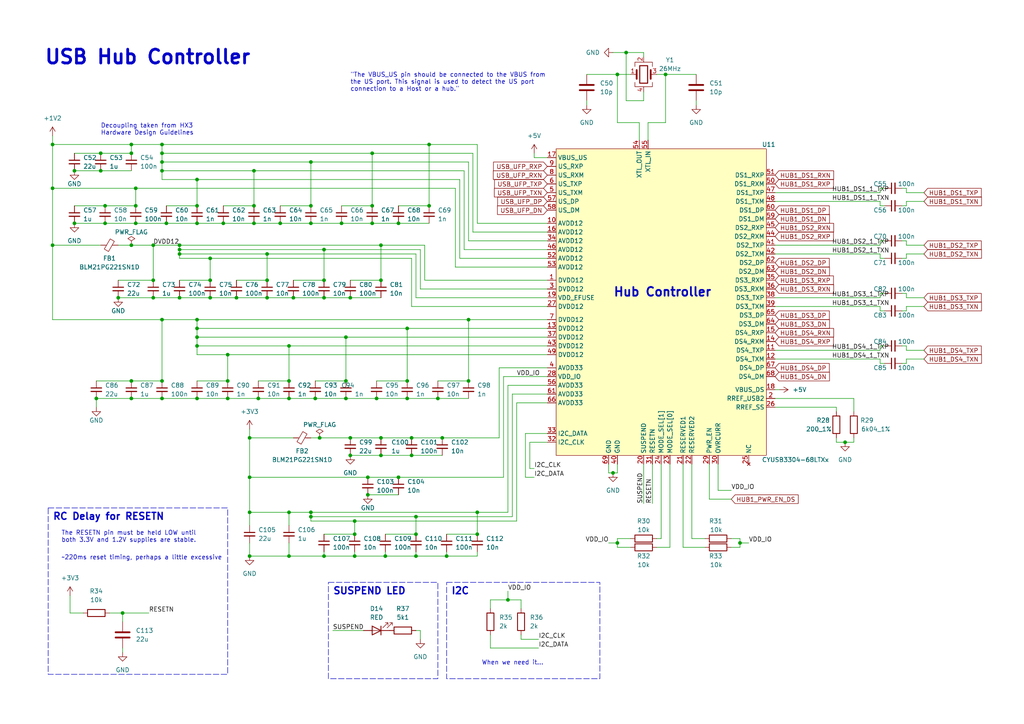
<source format=kicad_sch>
(kicad_sch (version 20230121) (generator eeschema)
  (paper "A4")
  (junction (at 72.39 148.59))
  (junction (at 81.28 64.77))
  (junction (at 124.46 41.91))
  (junction (at 101.6 132.08))
  (junction (at 90.17 149.86))
  (junction (at 179.07 157.48))
  (junction (at 110.49 132.08))
  (junction (at 120.65 161.29))
  (junction (at 57.15 64.77))
  (junction (at 72.39 138.43))
  (junction (at 38.1 44.45))
  (junction (at 77.47 81.28))
  (junction (at 101.6 86.36))
  (junction (at 30.48 59.69))
  (junction (at 118.11 110.49))
  (junction (at 120.65 149.86))
  (junction (at 135.89 110.49))
  (junction (at 57.15 97.79))
  (junction (at 129.54 161.29))
  (junction (at 101.6 127))
  (junction (at 83.82 100.33))
  (junction (at 74.93 115.57))
  (junction (at 44.45 81.28))
  (junction (at 135.89 92.71))
  (junction (at 193.04 21.59))
  (junction (at 48.26 64.77))
  (junction (at 52.07 71.12))
  (junction (at 21.59 49.53))
  (junction (at 83.82 110.49))
  (junction (at 93.98 72.39))
  (junction (at 107.95 64.77))
  (junction (at 21.59 64.77))
  (junction (at 181.61 15.24))
  (junction (at 77.47 86.36))
  (junction (at 128.27 127))
  (junction (at 38.1 110.49))
  (junction (at 35.56 177.8))
  (junction (at 138.43 154.94))
  (junction (at 100.33 97.79))
  (junction (at 124.46 59.69))
  (junction (at 107.95 59.69))
  (junction (at 92.71 127))
  (junction (at 72.39 161.29))
  (junction (at 110.49 81.28))
  (junction (at 83.82 115.57))
  (junction (at 119.38 127))
  (junction (at 93.98 161.29))
  (junction (at 38.1 115.57))
  (junction (at 93.98 86.36))
  (junction (at 177.8 137.16))
  (junction (at 120.65 154.94))
  (junction (at 214.63 157.48))
  (junction (at 57.15 59.69))
  (junction (at 100.33 110.49))
  (junction (at 29.21 44.45))
  (junction (at 15.24 54.61))
  (junction (at 66.04 115.57))
  (junction (at 39.37 54.61))
  (junction (at 73.66 59.69))
  (junction (at 46.99 92.71))
  (junction (at 46.99 46.99))
  (junction (at 90.17 46.99))
  (junction (at 68.58 86.36))
  (junction (at 83.82 148.59))
  (junction (at 27.94 115.57))
  (junction (at 110.49 127))
  (junction (at 39.37 64.77))
  (junction (at 52.07 72.39))
  (junction (at 147.32 173.99))
  (junction (at 90.17 148.59))
  (junction (at 46.99 49.53))
  (junction (at 57.15 100.33))
  (junction (at 46.99 115.57))
  (junction (at 245.11 128.27))
  (junction (at 77.47 73.66))
  (junction (at 119.38 132.08))
  (junction (at 111.76 161.29))
  (junction (at 118.11 115.57))
  (junction (at 15.24 71.12))
  (junction (at 66.04 110.49))
  (junction (at 99.06 64.77))
  (junction (at 30.48 64.77))
  (junction (at 90.17 59.69))
  (junction (at 93.98 81.28))
  (junction (at 106.68 138.43))
  (junction (at 118.11 95.25))
  (junction (at 29.21 49.53))
  (junction (at 39.37 59.69))
  (junction (at 90.17 64.77))
  (junction (at 107.95 44.45))
  (junction (at 57.15 115.57))
  (junction (at 127 115.57))
  (junction (at 57.15 95.25))
  (junction (at 46.99 110.49))
  (junction (at 102.87 154.94))
  (junction (at 85.09 86.36))
  (junction (at 46.99 41.91))
  (junction (at 72.39 127))
  (junction (at 60.96 86.36))
  (junction (at 60.96 81.28))
  (junction (at 73.66 49.53))
  (junction (at 115.57 138.43))
  (junction (at 102.87 151.13))
  (junction (at 34.29 86.36))
  (junction (at 60.96 74.93))
  (junction (at 15.24 41.91))
  (junction (at 73.66 64.77))
  (junction (at 52.07 73.66))
  (junction (at 52.07 86.36))
  (junction (at 115.57 64.77))
  (junction (at 106.68 143.51))
  (junction (at 100.33 115.57))
  (junction (at 64.77 64.77))
  (junction (at 46.99 44.45))
  (junction (at 110.49 71.12))
  (junction (at 44.45 86.36))
  (junction (at 109.22 115.57))
  (junction (at 102.87 161.29))
  (junction (at 83.82 161.29))
  (junction (at 57.15 92.71))
  (junction (at 66.04 102.87))
  (junction (at 138.43 148.59))
  (junction (at 179.07 21.59))
  (junction (at 91.44 115.57))
  (junction (at 38.1 41.91))
  (junction (at 44.45 71.12))
  (junction (at 57.15 52.07))
  (junction (at 38.1 71.12))
  (wire (pts (xy 73.66 64.77) (xy 81.28 64.77)))
  (wire (pts (xy 66.04 102.87) (xy 57.15 102.87)))
  (wire (pts (xy 39.37 54.61) (xy 39.37 59.69)))
  (wire (pts (xy 91.44 110.49) (xy 100.33 110.49)))
  (wire (pts (xy 158.75 64.77) (xy 138.43 64.77)))
  (wire (pts (xy 38.1 41.91) (xy 15.24 41.91)))
  (wire (pts (xy 46.99 49.53) (xy 46.99 46.99)))
  (wire (pts (xy 66.04 115.57) (xy 74.93 115.57)))
  (wire (pts (xy 81.28 64.77) (xy 90.17 64.77)))
  (wire (pts (xy 208.28 134.62) (xy 208.28 142.24)))
  (wire (pts (xy 115.57 138.43) (xy 146.05 138.43)))
  (wire (pts (xy 214.63 156.21) (xy 214.63 157.48)))
  (wire (pts (xy 255.27 69.85) (xy 256.54 69.85)))
  (wire (pts (xy 21.59 44.45) (xy 29.21 44.45)))
  (wire (pts (xy 48.26 59.69) (xy 57.15 59.69)))
  (wire (pts (xy 170.18 21.59) (xy 179.07 21.59)))
  (wire (pts (xy 200.66 156.21) (xy 204.47 156.21)))
  (wire (pts (xy 106.68 138.43) (xy 72.39 138.43)))
  (wire (pts (xy 29.21 49.53) (xy 38.1 49.53)))
  (wire (pts (xy 191.77 156.21) (xy 190.5 156.21)))
  (wire (pts (xy 262.89 73.66) (xy 262.89 74.93)))
  (wire (pts (xy 262.89 54.61) (xy 262.89 55.88)))
  (wire (pts (xy 38.1 71.12) (xy 44.45 71.12)))
  (wire (pts (xy 185.42 35.56) (xy 179.07 35.56)))
  (wire (pts (xy 52.07 71.12) (xy 110.49 71.12)))
  (wire (pts (xy 77.47 73.66) (xy 77.47 81.28)))
  (wire (pts (xy 21.59 64.77) (xy 30.48 64.77)))
  (wire (pts (xy 262.89 100.33) (xy 262.89 101.6)))
  (wire (pts (xy 60.96 86.36) (xy 68.58 86.36)))
  (wire (pts (xy 154.94 135.89) (xy 153.67 135.89)))
  (wire (pts (xy 262.89 71.12) (xy 267.97 71.12)))
  (wire (pts (xy 83.82 115.57) (xy 91.44 115.57)))
  (wire (pts (xy 255.27 104.14) (xy 255.27 105.41)))
  (wire (pts (xy 102.87 160.02) (xy 102.87 161.29)))
  (wire (pts (xy 224.79 73.66) (xy 255.27 73.66)))
  (wire (pts (xy 46.99 115.57) (xy 57.15 115.57)))
  (wire (pts (xy 64.77 59.69) (xy 73.66 59.69)))
  (wire (pts (xy 179.07 157.48) (xy 176.53 157.48)))
  (wire (pts (xy 255.27 55.88) (xy 255.27 54.61)))
  (wire (pts (xy 179.07 137.16) (xy 177.8 137.16)))
  (wire (pts (xy 147.32 148.59) (xy 138.43 148.59)))
  (wire (pts (xy 110.49 71.12) (xy 123.19 71.12)))
  (wire (pts (xy 179.07 158.75) (xy 182.88 158.75)))
  (wire (pts (xy 83.82 100.33) (xy 158.75 100.33)))
  (wire (pts (xy 110.49 132.08) (xy 119.38 132.08)))
  (wire (pts (xy 57.15 52.07) (xy 46.99 52.07)))
  (wire (pts (xy 147.32 111.76) (xy 147.32 148.59)))
  (wire (pts (xy 135.89 92.71) (xy 135.89 110.49)))
  (wire (pts (xy 261.62 90.17) (xy 262.89 90.17)))
  (wire (pts (xy 52.07 71.12) (xy 44.45 71.12)))
  (wire (pts (xy 242.57 128.27) (xy 245.11 128.27)))
  (wire (pts (xy 52.07 72.39) (xy 52.07 73.66)))
  (wire (pts (xy 129.54 154.94) (xy 138.43 154.94)))
  (wire (pts (xy 85.09 86.36) (xy 93.98 86.36)))
  (wire (pts (xy 83.82 161.29) (xy 93.98 161.29)))
  (wire (pts (xy 119.38 132.08) (xy 128.27 132.08)))
  (wire (pts (xy 133.35 52.07) (xy 57.15 52.07)))
  (wire (pts (xy 133.35 74.93) (xy 133.35 52.07)))
  (wire (pts (xy 224.79 55.88) (xy 255.27 55.88)))
  (wire (pts (xy 120.65 182.88) (xy 121.92 182.88)))
  (wire (pts (xy 101.6 81.28) (xy 110.49 81.28)))
  (wire (pts (xy 179.07 157.48) (xy 179.07 158.75)))
  (wire (pts (xy 72.39 148.59) (xy 72.39 152.4)))
  (wire (pts (xy 46.99 52.07) (xy 46.99 49.53)))
  (wire (pts (xy 120.65 149.86) (xy 90.17 149.86)))
  (wire (pts (xy 119.38 127) (xy 110.49 127)))
  (wire (pts (xy 158.75 95.25) (xy 118.11 95.25)))
  (wire (pts (xy 245.11 128.27) (xy 247.65 128.27)))
  (wire (pts (xy 57.15 92.71) (xy 57.15 95.25)))
  (wire (pts (xy 66.04 102.87) (xy 66.04 110.49)))
  (wire (pts (xy 52.07 86.36) (xy 60.96 86.36)))
  (wire (pts (xy 261.62 105.41) (xy 262.89 105.41)))
  (wire (pts (xy 34.29 71.12) (xy 38.1 71.12)))
  (wire (pts (xy 73.66 49.53) (xy 46.99 49.53)))
  (wire (pts (xy 129.54 160.02) (xy 129.54 161.29)))
  (wire (pts (xy 144.78 106.68) (xy 158.75 106.68)))
  (wire (pts (xy 151.13 184.15) (xy 151.13 185.42)))
  (wire (pts (xy 247.65 115.57) (xy 247.65 119.38)))
  (wire (pts (xy 255.27 69.85) (xy 255.27 71.12)))
  (wire (pts (xy 120.65 86.36) (xy 120.65 73.66)))
  (wire (pts (xy 35.56 177.8) (xy 43.18 177.8)))
  (wire (pts (xy 100.33 115.57) (xy 109.22 115.57)))
  (wire (pts (xy 138.43 148.59) (xy 90.17 148.59)))
  (wire (pts (xy 35.56 177.8) (xy 35.56 180.34)))
  (wire (pts (xy 134.62 49.53) (xy 73.66 49.53)))
  (wire (pts (xy 39.37 64.77) (xy 48.26 64.77)))
  (wire (pts (xy 90.17 127) (xy 92.71 127)))
  (wire (pts (xy 158.75 81.28) (xy 123.19 81.28)))
  (wire (pts (xy 111.76 154.94) (xy 120.65 154.94)))
  (wire (pts (xy 262.89 85.09) (xy 262.89 86.36)))
  (wire (pts (xy 176.53 134.62) (xy 176.53 137.16)))
  (wire (pts (xy 74.93 115.57) (xy 83.82 115.57)))
  (wire (pts (xy 57.15 97.79) (xy 57.15 100.33)))
  (wire (pts (xy 179.07 134.62) (xy 179.07 137.16)))
  (wire (pts (xy 224.79 71.12) (xy 255.27 71.12)))
  (wire (pts (xy 85.09 81.28) (xy 93.98 81.28)))
  (wire (pts (xy 93.98 72.39) (xy 93.98 81.28)))
  (wire (pts (xy 154.94 45.72) (xy 154.94 44.45)))
  (wire (pts (xy 138.43 41.91) (xy 124.46 41.91)))
  (wire (pts (xy 119.38 88.9) (xy 119.38 74.93)))
  (wire (pts (xy 262.89 104.14) (xy 262.89 105.41)))
  (wire (pts (xy 38.1 41.91) (xy 38.1 44.45)))
  (wire (pts (xy 101.6 86.36) (xy 110.49 86.36)))
  (wire (pts (xy 90.17 64.77) (xy 99.06 64.77)))
  (wire (pts (xy 177.8 137.16) (xy 176.53 137.16)))
  (wire (pts (xy 187.96 35.56) (xy 187.96 40.64)))
  (wire (pts (xy 200.66 134.62) (xy 200.66 156.21)))
  (wire (pts (xy 255.27 85.09) (xy 256.54 85.09)))
  (wire (pts (xy 153.67 128.27) (xy 158.75 128.27)))
  (wire (pts (xy 170.18 29.21) (xy 170.18 30.48)))
  (wire (pts (xy 52.07 81.28) (xy 60.96 81.28)))
  (wire (pts (xy 83.82 157.48) (xy 83.82 161.29)))
  (wire (pts (xy 91.44 115.57) (xy 100.33 115.57)))
  (wire (pts (xy 255.27 85.09) (xy 255.27 86.36)))
  (wire (pts (xy 158.75 83.82) (xy 121.92 83.82)))
  (wire (pts (xy 224.79 113.03) (xy 226.06 113.03)))
  (wire (pts (xy 38.1 110.49) (xy 46.99 110.49)))
  (wire (pts (xy 158.75 74.93) (xy 133.35 74.93)))
  (wire (pts (xy 24.13 177.8) (xy 20.32 177.8)))
  (wire (pts (xy 224.79 118.11) (xy 242.57 118.11)))
  (wire (pts (xy 15.24 39.37) (xy 15.24 41.91)))
  (wire (pts (xy 142.24 187.96) (xy 156.21 187.96)))
  (wire (pts (xy 158.75 88.9) (xy 119.38 88.9)))
  (wire (pts (xy 90.17 149.86) (xy 90.17 148.59)))
  (wire (pts (xy 128.27 127) (xy 119.38 127)))
  (wire (pts (xy 120.65 149.86) (xy 120.65 154.94)))
  (wire (pts (xy 255.27 74.93) (xy 256.54 74.93)))
  (wire (pts (xy 52.07 73.66) (xy 52.07 74.93)))
  (wire (pts (xy 109.22 115.57) (xy 118.11 115.57)))
  (wire (pts (xy 153.67 135.89) (xy 153.67 128.27)))
  (wire (pts (xy 27.94 115.57) (xy 27.94 118.11)))
  (wire (pts (xy 158.75 69.85) (xy 135.89 69.85)))
  (wire (pts (xy 90.17 46.99) (xy 46.99 46.99)))
  (wire (pts (xy 212.09 156.21) (xy 214.63 156.21)))
  (wire (pts (xy 72.39 127) (xy 85.09 127)))
  (wire (pts (xy 46.99 44.45) (xy 107.95 44.45)))
  (wire (pts (xy 77.47 86.36) (xy 85.09 86.36)))
  (wire (pts (xy 138.43 64.77) (xy 138.43 41.91)))
  (wire (pts (xy 38.1 115.57) (xy 46.99 115.57)))
  (wire (pts (xy 109.22 110.49) (xy 118.11 110.49)))
  (wire (pts (xy 115.57 138.43) (xy 106.68 138.43)))
  (wire (pts (xy 68.58 81.28) (xy 77.47 81.28)))
  (wire (pts (xy 255.27 100.33) (xy 256.54 100.33)))
  (wire (pts (xy 93.98 72.39) (xy 121.92 72.39)))
  (wire (pts (xy 93.98 86.36) (xy 101.6 86.36)))
  (wire (pts (xy 158.75 102.87) (xy 66.04 102.87)))
  (wire (pts (xy 193.04 35.56) (xy 187.96 35.56)))
  (wire (pts (xy 142.24 173.99) (xy 147.32 173.99)))
  (wire (pts (xy 72.39 127) (xy 72.39 138.43)))
  (wire (pts (xy 93.98 154.94) (xy 102.87 154.94)))
  (wire (pts (xy 118.11 95.25) (xy 118.11 110.49)))
  (wire (pts (xy 90.17 46.99) (xy 90.17 59.69)))
  (wire (pts (xy 102.87 161.29) (xy 111.76 161.29)))
  (wire (pts (xy 255.27 54.61) (xy 256.54 54.61)))
  (wire (pts (xy 198.12 134.62) (xy 198.12 158.75)))
  (wire (pts (xy 15.24 54.61) (xy 39.37 54.61)))
  (wire (pts (xy 158.75 77.47) (xy 132.08 77.47)))
  (wire (pts (xy 194.31 134.62) (xy 194.31 158.75)))
  (wire (pts (xy 158.75 72.39) (xy 134.62 72.39)))
  (wire (pts (xy 193.04 21.59) (xy 193.04 35.56)))
  (wire (pts (xy 255.27 105.41) (xy 256.54 105.41)))
  (wire (pts (xy 107.95 59.69) (xy 107.95 44.45)))
  (wire (pts (xy 127 110.49) (xy 135.89 110.49)))
  (wire (pts (xy 31.75 177.8) (xy 35.56 177.8)))
  (wire (pts (xy 193.04 21.59) (xy 201.93 21.59)))
  (wire (pts (xy 138.43 154.94) (xy 138.43 148.59)))
  (wire (pts (xy 15.24 41.91) (xy 15.24 54.61)))
  (wire (pts (xy 224.79 88.9) (xy 255.27 88.9)))
  (wire (pts (xy 262.89 101.6) (xy 267.97 101.6)))
  (wire (pts (xy 135.89 69.85) (xy 135.89 46.99)))
  (wire (pts (xy 90.17 151.13) (xy 90.17 149.86)))
  (wire (pts (xy 27.94 110.49) (xy 38.1 110.49)))
  (wire (pts (xy 46.99 41.91) (xy 124.46 41.91)))
  (wire (pts (xy 101.6 132.08) (xy 110.49 132.08)))
  (wire (pts (xy 181.61 29.21) (xy 181.61 15.24)))
  (wire (pts (xy 77.47 73.66) (xy 120.65 73.66)))
  (wire (pts (xy 149.86 116.84) (xy 158.75 116.84)))
  (wire (pts (xy 148.59 114.3) (xy 158.75 114.3)))
  (wire (pts (xy 73.66 49.53) (xy 73.66 59.69)))
  (wire (pts (xy 30.48 59.69) (xy 39.37 59.69)))
  (wire (pts (xy 177.8 15.24) (xy 181.61 15.24)))
  (wire (pts (xy 107.95 64.77) (xy 115.57 64.77)))
  (wire (pts (xy 151.13 176.53) (xy 151.13 173.99)))
  (wire (pts (xy 194.31 158.75) (xy 190.5 158.75)))
  (wire (pts (xy 214.63 158.75) (xy 214.63 157.48)))
  (wire (pts (xy 81.28 59.69) (xy 90.17 59.69)))
  (wire (pts (xy 123.19 81.28) (xy 123.19 71.12)))
  (wire (pts (xy 151.13 185.42) (xy 156.21 185.42)))
  (wire (pts (xy 107.95 44.45) (xy 137.16 44.45)))
  (wire (pts (xy 129.54 161.29) (xy 138.43 161.29)))
  (wire (pts (xy 34.29 81.28) (xy 44.45 81.28)))
  (wire (pts (xy 138.43 160.02) (xy 138.43 161.29)))
  (wire (pts (xy 134.62 72.39) (xy 134.62 49.53)))
  (wire (pts (xy 186.69 134.62) (xy 186.69 146.05)))
  (wire (pts (xy 44.45 71.12) (xy 44.45 81.28)))
  (wire (pts (xy 52.07 73.66) (xy 77.47 73.66)))
  (wire (pts (xy 29.21 44.45) (xy 38.1 44.45)))
  (wire (pts (xy 119.38 74.93) (xy 60.96 74.93)))
  (wire (pts (xy 46.99 41.91) (xy 38.1 41.91)))
  (wire (pts (xy 224.79 115.57) (xy 247.65 115.57)))
  (wire (pts (xy 147.32 111.76) (xy 158.75 111.76)))
  (wire (pts (xy 255.27 59.69) (xy 256.54 59.69)))
  (wire (pts (xy 46.99 46.99) (xy 46.99 44.45)))
  (wire (pts (xy 212.09 144.78) (xy 205.74 144.78)))
  (wire (pts (xy 111.76 161.29) (xy 120.65 161.29)))
  (wire (pts (xy 52.07 71.12) (xy 52.07 72.39)))
  (wire (pts (xy 135.89 46.99) (xy 90.17 46.99)))
  (wire (pts (xy 60.96 74.93) (xy 60.96 81.28)))
  (wire (pts (xy 144.78 127) (xy 128.27 127)))
  (wire (pts (xy 15.24 54.61) (xy 15.24 71.12)))
  (wire (pts (xy 262.89 55.88) (xy 267.97 55.88)))
  (wire (pts (xy 154.94 45.72) (xy 158.75 45.72)))
  (wire (pts (xy 135.89 92.71) (xy 158.75 92.71)))
  (wire (pts (xy 261.62 74.93) (xy 262.89 74.93)))
  (wire (pts (xy 186.69 26.67) (xy 186.69 29.21)))
  (wire (pts (xy 72.39 161.29) (xy 83.82 161.29)))
  (wire (pts (xy 72.39 148.59) (xy 72.39 138.43)))
  (wire (pts (xy 106.68 143.51) (xy 115.57 143.51)))
  (wire (pts (xy 39.37 54.61) (xy 132.08 54.61)))
  (wire (pts (xy 72.39 157.48) (xy 72.39 161.29)))
  (wire (pts (xy 90.17 148.59) (xy 83.82 148.59)))
  (wire (pts (xy 208.28 142.24) (xy 212.09 142.24)))
  (wire (pts (xy 149.86 116.84) (xy 149.86 151.13)))
  (wire (pts (xy 146.05 109.22) (xy 146.05 138.43)))
  (wire (pts (xy 99.06 64.77) (xy 107.95 64.77)))
  (wire (pts (xy 190.5 21.59) (xy 193.04 21.59)))
  (wire (pts (xy 147.32 173.99) (xy 147.32 171.45)))
  (wire (pts (xy 262.89 69.85) (xy 262.89 71.12)))
  (wire (pts (xy 224.79 104.14) (xy 255.27 104.14)))
  (wire (pts (xy 262.89 73.66) (xy 267.97 73.66)))
  (wire (pts (xy 115.57 59.69) (xy 124.46 59.69)))
  (wire (pts (xy 261.62 59.69) (xy 262.89 59.69)))
  (wire (pts (xy 224.79 101.6) (xy 255.27 101.6)))
  (wire (pts (xy 201.93 29.21) (xy 201.93 30.48)))
  (wire (pts (xy 261.62 85.09) (xy 262.89 85.09)))
  (wire (pts (xy 142.24 176.53) (xy 142.24 173.99)))
  (wire (pts (xy 214.63 157.48) (xy 217.17 157.48)))
  (wire (pts (xy 121.92 182.88) (xy 121.92 185.42)))
  (wire (pts (xy 93.98 161.29) (xy 102.87 161.29)))
  (wire (pts (xy 110.49 71.12) (xy 110.49 81.28)))
  (wire (pts (xy 255.27 88.9) (xy 255.27 90.17)))
  (wire (pts (xy 179.07 35.56) (xy 179.07 21.59)))
  (wire (pts (xy 189.23 134.62) (xy 189.23 146.05)))
  (wire (pts (xy 132.08 77.47) (xy 132.08 54.61)))
  (wire (pts (xy 179.07 156.21) (xy 182.88 156.21)))
  (wire (pts (xy 92.71 127) (xy 101.6 127)))
  (wire (pts (xy 242.57 127) (xy 242.57 128.27)))
  (wire (pts (xy 15.24 71.12) (xy 15.24 92.71)))
  (wire (pts (xy 151.13 173.99) (xy 147.32 173.99)))
  (wire (pts (xy 21.59 59.69) (xy 30.48 59.69)))
  (wire (pts (xy 48.26 64.77) (xy 57.15 64.77)))
  (wire (pts (xy 144.78 127) (xy 144.78 106.68)))
  (wire (pts (xy 57.15 95.25) (xy 57.15 97.79)))
  (wire (pts (xy 261.62 100.33) (xy 262.89 100.33)))
  (wire (pts (xy 34.29 86.36) (xy 44.45 86.36)))
  (wire (pts (xy 120.65 161.29) (xy 129.54 161.29)))
  (wire (pts (xy 262.89 86.36) (xy 267.97 86.36)))
  (wire (pts (xy 158.75 67.31) (xy 137.16 67.31)))
  (wire (pts (xy 46.99 92.71) (xy 46.99 110.49)))
  (wire (pts (xy 185.42 40.64) (xy 185.42 35.56)))
  (wire (pts (xy 99.06 59.69) (xy 107.95 59.69)))
  (wire (pts (xy 186.69 15.24) (xy 186.69 16.51)))
  (wire (pts (xy 118.11 115.57) (xy 127 115.57)))
  (wire (pts (xy 262.89 59.69) (xy 262.89 58.42)))
  (wire (pts (xy 115.57 64.77) (xy 124.46 64.77)))
  (wire (pts (xy 255.27 90.17) (xy 256.54 90.17)))
  (wire (pts (xy 179.07 21.59) (xy 182.88 21.59)))
  (wire (pts (xy 212.09 158.75) (xy 214.63 158.75)))
  (wire (pts (xy 57.15 92.71) (xy 135.89 92.71)))
  (wire (pts (xy 100.33 97.79) (xy 158.75 97.79)))
  (wire (pts (xy 255.27 100.33) (xy 255.27 101.6)))
  (wire (pts (xy 242.57 118.11) (xy 242.57 119.38)))
  (wire (pts (xy 30.48 64.77) (xy 39.37 64.77)))
  (wire (pts (xy 15.24 71.12) (xy 29.21 71.12)))
  (wire (pts (xy 148.59 114.3) (xy 148.59 149.86)))
  (wire (pts (xy 261.62 54.61) (xy 262.89 54.61)))
  (wire (pts (xy 186.69 29.21) (xy 181.61 29.21)))
  (wire (pts (xy 57.15 100.33) (xy 83.82 100.33)))
  (wire (pts (xy 149.86 151.13) (xy 102.87 151.13)))
  (wire (pts (xy 15.24 92.71) (xy 46.99 92.71)))
  (wire (pts (xy 198.12 158.75) (xy 204.47 158.75)))
  (wire (pts (xy 262.89 104.14) (xy 267.97 104.14)))
  (wire (pts (xy 124.46 41.91) (xy 124.46 59.69)))
  (wire (pts (xy 118.11 95.25) (xy 57.15 95.25)))
  (wire (pts (xy 261.62 69.85) (xy 262.89 69.85)))
  (wire (pts (xy 262.89 88.9) (xy 262.89 90.17)))
  (wire (pts (xy 146.05 109.22) (xy 158.75 109.22)))
  (wire (pts (xy 46.99 44.45) (xy 46.99 41.91)))
  (wire (pts (xy 152.4 138.43) (xy 154.94 138.43)))
  (wire (pts (xy 255.27 58.42) (xy 255.27 59.69)))
  (wire (pts (xy 27.94 115.57) (xy 38.1 115.57)))
  (wire (pts (xy 57.15 100.33) (xy 57.15 102.87)))
  (wire (pts (xy 121.92 83.82) (xy 121.92 72.39)))
  (wire (pts (xy 224.79 58.42) (xy 255.27 58.42)))
  (wire (pts (xy 100.33 97.79) (xy 100.33 110.49)))
  (wire (pts (xy 20.32 177.8) (xy 20.32 172.72)))
  (wire (pts (xy 224.79 86.36) (xy 255.27 86.36)))
  (wire (pts (xy 110.49 127) (xy 101.6 127)))
  (wire (pts (xy 102.87 151.13) (xy 102.87 154.94)))
  (wire (pts (xy 52.07 72.39) (xy 93.98 72.39)))
  (wire (pts (xy 152.4 125.73) (xy 158.75 125.73)))
  (wire (pts (xy 57.15 115.57) (xy 66.04 115.57)))
  (wire (pts (xy 72.39 148.59) (xy 83.82 148.59)))
  (wire (pts (xy 57.15 64.77) (xy 64.77 64.77)))
  (wire (pts (xy 262.89 88.9) (xy 267.97 88.9)))
  (wire (pts (xy 142.24 184.15) (xy 142.24 187.96)))
  (wire (pts (xy 148.59 149.86) (xy 120.65 149.86)))
  (wire (pts (xy 96.52 182.88) (xy 105.41 182.88)))
  (wire (pts (xy 111.76 160.02) (xy 111.76 161.29)))
  (wire (pts (xy 64.77 64.77) (xy 73.66 64.77)))
  (wire (pts (xy 255.27 73.66) (xy 255.27 74.93)))
  (wire (pts (xy 68.58 86.36) (xy 77.47 86.36)))
  (wire (pts (xy 152.4 125.73) (xy 152.4 138.43)))
  (wire (pts (xy 262.89 58.42) (xy 267.97 58.42)))
  (wire (pts (xy 46.99 92.71) (xy 57.15 92.71)))
  (wire (pts (xy 120.65 160.02) (xy 120.65 161.29)))
  (wire (pts (xy 93.98 160.02) (xy 93.98 161.29)))
  (wire (pts (xy 72.39 124.46) (xy 72.39 127)))
  (wire (pts (xy 247.65 127) (xy 247.65 128.27)))
  (wire (pts (xy 21.59 49.53) (xy 29.21 49.53)))
  (wire (pts (xy 179.07 156.21) (xy 179.07 157.48)))
  (wire (pts (xy 186.69 15.24) (xy 181.61 15.24)))
  (wire (pts (xy 191.77 134.62) (xy 191.77 156.21)))
  (wire (pts (xy 205.74 144.78) (xy 205.74 134.62)))
  (wire (pts (xy 74.93 110.49) (xy 83.82 110.49)))
  (wire (pts (xy 44.45 86.36) (xy 52.07 86.36)))
  (wire (pts (xy 57.15 52.07) (xy 57.15 59.69)))
  (wire (pts (xy 57.15 110.49) (xy 66.04 110.49)))
  (wire (pts (xy 137.16 67.31) (xy 137.16 44.45)))
  (wire (pts (xy 83.82 100.33) (xy 83.82 110.49)))
  (wire (pts (xy 35.56 187.96) (xy 35.56 189.23)))
  (wire (pts (xy 57.15 97.79) (xy 100.33 97.79)))
  (wire (pts (xy 127 115.57) (xy 135.89 115.57)))
  (wire (pts (xy 102.87 151.13) (xy 90.17 151.13)))
  (wire (pts (xy 158.75 86.36) (xy 120.65 86.36)))
  (wire (pts (xy 52.07 74.93) (xy 60.96 74.93)))
  (wire (pts (xy 83.82 148.59) (xy 83.82 152.4)))
  (rectangle (start 95.25 168.91) (end 127 196.85) (stroke (width 0) (type dash)))
  (rectangle (start 13.97 147.32) (end 66.04 195.58) (stroke (width 0) (type dash)))
  (rectangle (start 129.54 168.91) (end 173.99 196.85) (stroke (width 0) (type dash)))
  (text "RC Delay for RESETN" (at 15.24 151.13 0) (effects (font (size 2 2) (thickness 0.4) bold) (justify left bottom)))
  (text "These precision resistors should be close \nto the IC and have a short ground path." (at 299.72 125.73 0) (effects (font (size 1.27 1.27)) (justify left bottom)))
  (text "Decoupling taken from HX3 \nHardware Design Guidelines" (at 29.21 39.37 0) (effects (font (size 1.27 1.27)) (justify left bottom)))
  (text "SUSPEND LED" (at 96.52 172.72 0) (effects (font (size 2 2) (thickness 0.4) bold) (justify left bottom)))
  (text "USB Hub Controller" (at 12.7 19.05 0) (effects (font (size 4 4) bold) (justify left bottom)))
  (text "Hub Controller" (at 177.8 86.36 0) (effects (font (size 2.54 2.54) (thickness 0.508) bold) (justify left bottom)))
  (text "When we need it..." (at 139.7 193.04 0) (effects (font (size 1.27 1.27)) (justify left bottom)))
  (text "This MODE_SEL is for configuration\nusing an external I2C master" (at 180.34 215.9 0) (effects (font (size 1.27 1.27)) (justify left bottom)))
  (text "~220ms reset timing, perhaps a little excessive" (at 17.78 162.56 0) (effects (font (size 1.27 1.27)) (justify left bottom)))
  (text "I2C" (at 130.81 172.72 0) (effects (font (size 2 2) (thickness 0.4) bold) (justify left bottom)))
  (text "The RESETN pin must be held LOW until \nboth 3.3V and 1.2V supplies are stable." (at 17.78 157.48 0) (effects (font (size 1.27 1.27)) (justify left bottom)))
  (text "\"The VBUS_US pin should be connected to the VBUS from\nthe US port. This signal is used to detect the US port\nconnection to a Host or a hub.\"" (at 101.6 26.67 0) (effects (font (size 1.27 1.27)) (justify left bottom)))
  (text "Requires a crystal of 26MHz +- 150ppm, <200uW drive level\nParallel resonant, fundamental mode\n\nSelected:\nTXM26M0004322CBCDO00T 100uW 9pF\n\nApproximating C_stray as 4pF; using eqn from page 5 of the HX3 Design guidelines\nC_1 = C_2 =  2 * (C_L - C_S) = 2 * (9 - 4) = 10pF" (at 160.02 -2.54 0) (effects (font (size 1.27 1.27)) (justify left bottom)))
  (label "VDD_IO" (at 176.53 157.48 180))
  (label "VDD_IO" (at 217.17 157.48 0))
  (label "I2C_CLK" (at 156.21 185.42 0))
  (label "VDD_IO" (at 147.32 171.45 0))
  (label "HUB1_DS4_1_TXN" (at 241.3 104.14 0))
  (label "HUB1_DS1_1_TXP" (at 241.3 55.88 0))
  (label "SUSPEND" (at 186.69 146.05 90))
  (label "HUB1_DS2_1_TXN" (at 241.3 73.66 0))
  (label "SUSPEND" (at 96.52 182.88 0))
  (label "I2C_DATA" (at 156.21 187.96 0))
  (label "DVDD12" (at 44.45 71.12 0))
  (label "VDD_IO" (at 212.09 142.24 0))
  (label "HUB1_DS1_1_TXN" (at 241.3 58.42 0))
  (label "I2C_CLK" (at 154.94 135.89 0))
  (label "HUB1_DS4_1_TXP" (at 241.3 101.6 0))
  (label "HUB1_DS2_1_TXP" (at 241.3 71.12 0))
  (label "HUB1_DS3_1_TXP" (at 241.3 86.36 0))
  (label "HUB1_DS3_1_TXN" (at 241.3 88.9 0))
  (label "RESETN" (at 43.18 177.8 0))
  (label "RESETN" (at 189.23 146.05 90))
  (label "I2C_DATA" (at 154.94 138.43 0))
  (label "VDD_IO" (at 149.86 109.22 0))
  (global_label "HUB1_DS3_DN" (shape input) (at 224.79 93.98 0) (property "Intersheetrefs" "${INTERSHEET_REFS}" (effects hide)))
  (global_label "HUB1_DS3_TXP" (shape input) (at 267.97 86.36 0) (property "Intersheetrefs" "${INTERSHEET_REFS}" (effects hide)))
  (global_label "HUB1_DS2_TXN" (shape input) (at 267.97 73.66 0) (property "Intersheetrefs" "${INTERSHEET_REFS}" (effects hide)))
  (global_label "USB_UFP_RXP" (shape input) (at 158.75 48.26 180) (property "Intersheetrefs" "${INTERSHEET_REFS}" (effects hide)))
  (global_label "HUB1_DS3_RXP" (shape input) (at 224.79 81.28 0) (property "Intersheetrefs" "${INTERSHEET_REFS}" (effects hide)))
  (global_label "USB_UFP_TXN" (shape input) (at 158.75 55.88 180) (property "Intersheetrefs" "${INTERSHEET_REFS}" (effects hide)))
  (global_label "HUB1_DS4_RXN" (shape input) (at 224.79 96.52 0) (property "Intersheetrefs" "${INTERSHEET_REFS}" (effects hide)))
  (global_label "HUB1_DS4_DN" (shape input) (at 224.79 109.22 0) (property "Intersheetrefs" "${INTERSHEET_REFS}" (effects hide)))
  (global_label "HUB1_DS2_DN" (shape input) (at 224.79 78.74 0) (property "Intersheetrefs" "${INTERSHEET_REFS}" (effects hide)))
  (global_label "HUB1_DS1_RXP" (shape input) (at 224.79 53.34 0) (property "Intersheetrefs" "${INTERSHEET_REFS}" (effects hide)))
  (global_label "HUB1_DS1_DP" (shape input) (at 224.79 60.96 0) (property "Intersheetrefs" "${INTERSHEET_REFS}" (effects hide)))
  (global_label "USB_UFP_TXP" (shape input) (at 158.75 53.34 180) (property "Intersheetrefs" "${INTERSHEET_REFS}" (effects hide)))
  (global_label "HUB1_DS1_RXN" (shape input) (at 224.79 50.8 0) (property "Intersheetrefs" "${INTERSHEET_REFS}" (effects hide)))
  (global_label "HUB1_DS2_RXP" (shape input) (at 224.79 68.58 0) (property "Intersheetrefs" "${INTERSHEET_REFS}" (effects hide)))
  (global_label "USB_UFP_DP" (shape input) (at 158.75 58.42 180) (property "Intersheetrefs" "${INTERSHEET_REFS}" (effects hide)))
  (global_label "USB_UFP_RXN" (shape input) (at 158.75 50.8 180) (property "Intersheetrefs" "${INTERSHEET_REFS}" (effects hide)))
  (global_label "HUB1_PWR_EN_DS" (shape input) (at 212.09 144.78 0) (property "Intersheetrefs" "${INTERSHEET_REFS}" (effects hide)))
  (global_label "HUB1_DS2_DP" (shape input) (at 224.79 76.2 0) (property "Intersheetrefs" "${INTERSHEET_REFS}" (effects hide)))
  (global_label "HUB1_DS1_TXP" (shape input) (at 267.97 55.88 0) (property "Intersheetrefs" "${INTERSHEET_REFS}" (effects hide)))
  (global_label "HUB1_DS3_TXN" (shape input) (at 267.97 88.9 0) (property "Intersheetrefs" "${INTERSHEET_REFS}" (effects hide)))
  (global_label "HUB1_DS2_RXN" (shape input) (at 224.79 66.04 0) (property "Intersheetrefs" "${INTERSHEET_REFS}" (effects hide)))
  (global_label "HUB1_DS1_TXN" (shape input) (at 267.97 58.42 0) (property "Intersheetrefs" "${INTERSHEET_REFS}" (effects hide)))
  (global_label "HUB1_DS4_TXN" (shape input) (at 267.97 104.14 0) (property "Intersheetrefs" "${INTERSHEET_REFS}" (effects hide)))
  (global_label "HUB1_DS4_TXP" (shape input) (at 267.97 101.6 0) (property "Intersheetrefs" "${INTERSHEET_REFS}" (effects hide)))
  (global_label "HUB1_DS1_DN" (shape input) (at 224.79 63.5 0) (property "Intersheetrefs" "${INTERSHEET_REFS}" (effects hide)))
  (global_label "HUB1_DS3_DP" (shape input) (at 224.79 91.44 0) (property "Intersheetrefs" "${INTERSHEET_REFS}" (effects hide)))
  (global_label "HUB1_DS2_TXP" (shape input) (at 267.97 71.12 0) (property "Intersheetrefs" "${INTERSHEET_REFS}" (effects hide)))
  (global_label "HUB1_DS4_RXP" (shape input) (at 224.79 99.06 0) (property "Intersheetrefs" "${INTERSHEET_REFS}" (effects hide)))
  (global_label "HUB1_DS3_RXN" (shape input) (at 224.79 83.82 0) (property "Intersheetrefs" "${INTERSHEET_REFS}" (effects hide)))
  (global_label "HUB1_DS4_DP" (shape input) (at 224.79 106.68 0) (property "Intersheetrefs" "${INTERSHEET_REFS}" (effects hide)))
  (global_label "USB_UFP_DN" (shape input) (at 158.75 60.96 180) (property "Intersheetrefs" "${INTERSHEET_REFS}" (effects hide)))
  (symbol (lib_id "Device:C_Small") (at 57.15 113.03 0) (unit 1)
    (property "Reference" "C89" (at 59.69 111.7663 0) (effects (justify left)))
    (property "Value" "10n" (at 59.69 114.3063 0) (effects (justify left)))
    (property "Footprint" "Capacitor_SMD:C_0402_1005Metric" (effects hide))
  )
  (symbol (lib_id "Device:C_Small") (at 68.58 83.82 0) (unit 1)
    (property "Reference" "C76" (at 71.12 82.5563 0) (effects (justify left)))
    (property "Value" "100n" (at 71.12 85.0963 0) (effects (justify left)))
    (property "Footprint" "Capacitor_SMD:C_0402_1005Metric" (effects hide))
  )
  (symbol (lib_id "power:GND") (at 72.39 161.29 0) (unit 1)
    (property "Reference" "#PWR071" (effects hide))
    (property "Value" "GND" (at 72.39 166.37 0))
  )
  (symbol (lib_id "Device:C_Small") (at 111.76 157.48 0) (unit 1)
    (property "Reference" "C109" (at 114.3 156.2163 0) (effects (justify left)))
    (property "Value" "100n" (at 114.3 158.7563 0) (effects (justify left)))
    (property "Footprint" "Capacitor_SMD:C_0402_1005Metric" (effects hide))
  )
  (symbol (lib_id "Device:C_Small") (at 259.08 85.09 90) (unit 1)
    (property "Reference" "C82" (at 255.27 83.82 90))
    (property "Value" "100n" (at 262.89 83.82 90))
    (property "Footprint" "Capacitor_SMD:C_0402_1005Metric" (effects hide))
  )
  (symbol (lib_id "power:GND") (at 177.8 15.24 270) (unit 1)
    (property "Reference" "#PWR056" (effects hide))
    (property "Value" "GND" (at 173.99 15.24 90) (effects (justify right)))
  )
  (symbol (lib_id "Device:C_Small") (at 259.08 69.85 90) (unit 1)
    (property "Reference" "C70" (at 255.27 68.58 90))
    (property "Value" "100n" (at 262.89 68.58 90))
    (property "Footprint" "Capacitor_SMD:C_0402_1005Metric" (effects hide))
  )
  (symbol (lib_id "Device:C_Small") (at 57.15 62.23 0) (unit 1)
    (property "Reference" "C61" (at 59.69 60.9663 0) (effects (justify left)))
    (property "Value" "1n" (at 59.69 63.5063 0) (effects (justify left)))
    (property "Footprint" "Capacitor_SMD:C_0402_1005Metric" (effects hide))
  )
  (symbol (lib_id "Device:C_Small") (at 101.6 129.54 0) (unit 1)
    (property "Reference" "C99" (at 104.14 128.2763 0) (effects (justify left)))
    (property "Value" "22u" (at 104.14 130.8163 0) (effects (justify left)))
    (property "Footprint" "Capacitor_SMD:C_0603_1608Metric" (effects hide))
  )
  (symbol (lib_id "Device:C_Small") (at 83.82 154.94 0) (unit 1)
    (property "Reference" "C106" (at 86.36 153.67 0) (effects (justify left)))
    (property "Value" "1u" (at 86.36 156.21 0) (effects (justify left)))
    (property "Footprint" "Capacitor_SMD:C_0603_1608Metric" (effects hide))
  )
  (symbol (lib_id "power:GND") (at 177.8 137.16 0) (unit 1)
    (property "Reference" "#PWR069" (effects hide))
    (property "Value" "GND" (at 177.8 142.24 0))
  )
  (symbol (lib_id "Device:R") (at 186.69 156.21 90) (unit 1)
    (property "Reference" "R30" (at 186.69 151.13 90))
    (property "Value" "10k" (at 186.69 153.67 90))
    (property "Footprint" "Resistor_SMD:R_0402_1005Metric" (effects hide))
  )
  (symbol (lib_id "Device:C_Small") (at 44.45 83.82 0) (unit 1)
    (property "Reference" "C73" (at 46.99 82.5563 0) (effects (justify left)))
    (property "Value" "1u" (at 46.99 85.0963 0) (effects (justify left)))
    (property "Footprint" "Capacitor_SMD:C_0603_1608Metric" (effects hide))
  )
  (symbol (lib_id "Device:C_Small") (at 100.33 113.03 0) (unit 1)
    (property "Reference" "C94" (at 102.87 111.7663 0) (effects (justify right)))
    (property "Value" "1n" (at 102.87 114.3063 0) (effects (justify left)))
    (property "Footprint" "Capacitor_SMD:C_0402_1005Metric" (effects hide))
  )
  (symbol (lib_id "Device:C_Small") (at 39.37 62.23 0) (unit 1)
    (property "Reference" "C59" (at 41.91 60.9663 0) (effects (justify left)))
    (property "Value" "100n" (at 41.91 63.5063 0) (effects (justify left)))
    (property "Footprint" "Capacitor_SMD:C_0402_1005Metric" (effects hide))
  )
  (symbol (lib_id "Device:C_Small") (at 21.59 62.23 0) (unit 1)
    (property "Reference" "C57" (at 24.13 60.9663 0) (effects (justify left)))
    (property "Value" "1u" (at 24.13 63.5063 0) (effects (justify left)))
    (property "Footprint" "Capacitor_SMD:C_0603_1608Metric" (effects hide))
  )
  (symbol (lib_id "Device:C_Small") (at 48.26 62.23 0) (unit 1)
    (property "Reference" "C60" (at 50.8 60.9663 0) (effects (justify left)))
    (property "Value" "10n" (at 50.8 63.5063 0) (effects (justify left)))
    (property "Footprint" "Capacitor_SMD:C_0402_1005Metric" (effects hide))
  )
  (symbol (lib_id "Device:C_Small") (at 99.06 62.23 0) (unit 1)
    (property "Reference" "C66" (at 101.6 60.9663 0) (effects (justify left)))
    (property "Value" "10n" (at 101.6 63.5063 0) (effects (justify left)))
    (property "Footprint" "Capacitor_SMD:C_0402_1005Metric" (effects hide))
  )
  (symbol (lib_id "Device:R") (at 116.84 182.88 90) (unit 1)
    (property "Reference" "R37" (at 116.84 176.53 90))
    (property "Value" "5k1" (at 116.84 179.07 90))
    (property "Footprint" "Resistor_SMD:R_0603_1608Metric" (effects hide))
  )
  (symbol (lib_id "Device:C_Small") (at 83.82 113.03 0) (unit 1)
    (property "Reference" "C92" (at 86.36 111.7663 0) (effects (justify left)))
    (property "Value" "1n" (at 86.36 114.3063 0) (effects (justify left)))
    (property "Footprint" "Capacitor_SMD:C_0402_1005Metric" (effects hide))
  )
  (symbol (lib_id "Device:C_Small") (at 109.22 113.03 0) (unit 1)
    (property "Reference" "C95" (at 111.76 111.7663 0) (effects (justify left)))
    (property "Value" "10n" (at 111.76 114.3063 0) (effects (justify left)))
    (property "Footprint" "Capacitor_SMD:C_0402_1005Metric" (effects hide))
  )
  (symbol (lib_id "Device:FerriteBead_Small") (at 87.63 127 90) (unit 1)
    (property "Reference" "FB2" (at 87.63 130.81 90))
    (property "Value" "BLM21PG221SN1D" (at 87.63 133.35 90))
    (property "Footprint" "Inductor_SMD:L_0805_2012Metric" (effects hide))
  )
  (symbol (lib_id "power:+3V3") (at 72.39 124.46 0) (unit 1)
    (property "Reference" "#PWR066" (effects hide))
    (property "Value" "+3V3" (at 72.39 119.38 0))
  )
  (symbol (lib_id "Device:R") (at 208.28 158.75 90) (unit 1)
    (property "Reference" "R33" (at 209.55 161.29 90) (effects (justify left)))
    (property "Value" "10k" (at 209.55 163.83 90) (effects (justify left)))
    (property "Footprint" "Resistor_SMD:R_0402_1005Metric" (effects hide))
  )
  (symbol (lib_id "power:GND") (at 245.11 128.27 0) (unit 1)
    (property "Reference" "#PWR067" (effects hide))
    (property "Value" "GND" (at 245.11 133.35 0))
  )
  (symbol (lib_id "Device:R") (at 151.13 180.34 0) (unit 1)
    (property "Reference" "R36" (at 153.67 179.07 0) (effects (justify left)))
    (property "Value" "2k" (at 153.67 181.61 0) (effects (justify left)))
    (property "Footprint" "Resistor_SMD:R_0402_1005Metric" (effects hide))
  )
  (symbol (lib_id "Device:C_Small") (at 46.99 113.03 0) (unit 1)
    (property "Reference" "C88" (at 49.53 111.7663 0) (effects (justify left)))
    (property "Value" "100n" (at 49.53 114.3063 0) (effects (justify left)))
    (property "Footprint" "Capacitor_SMD:C_0402_1005Metric" (effects hide))
  )
  (symbol (lib_id "Device:C_Small") (at 38.1 46.99 0) (unit 1)
    (property "Reference" "C54" (at 40.64 45.7263 0) (effects (justify left)))
    (property "Value" "100n" (at 40.64 48.2663 0) (effects (justify left)))
    (property "Footprint" "Capacitor_SMD:C_0402_1005Metric" (effects hide))
  )
  (symbol (lib_id "Device:C_Small") (at 110.49 129.54 0) (unit 1)
    (property "Reference" "C100" (at 113.4859 128.2763 0) (effects (justify left)))
    (property "Value" "1u" (at 113.4859 130.8163 0) (effects (justify left)))
    (property "Footprint" "Capacitor_SMD:C_0603_1608Metric" (effects hide))
  )
  (symbol (lib_id "Device:C_Small") (at 127 113.03 0) (unit 1)
    (property "Reference" "C97" (at 129.54 111.7663 0) (effects (justify left)))
    (property "Value" "10n" (at 129.54 114.3063 0) (effects (justify left)))
    (property "Footprint" "Capacitor_SMD:C_0402_1005Metric" (effects hide))
  )
  (symbol (lib_id "Device:C_Small") (at 29.21 46.99 0) (unit 1)
    (property "Reference" "C53" (at 31.75 45.7263 0) (effects (justify left)))
    (property "Value" "1u" (at 31.75 48.2663 0) (effects (justify left)))
    (property "Footprint" "Capacitor_SMD:C_0603_1608Metric" (effects hide))
  )
  (symbol (lib_id "Device:C_Small") (at 119.38 129.54 0) (unit 1)
    (property "Reference" "C101" (at 121.92 128.2763 0) (effects (justify left)))
    (property "Value" "100n" (at 121.92 130.8163 0) (effects (justify left)))
    (property "Footprint" "Capacitor_SMD:C_0402_1005Metric" (effects hide))
  )
  (symbol (lib_id "power:+5V") (at 226.06 113.03 270) (unit 1)
    (property "Reference" "#PWR064" (effects hide))
    (property "Value" "+5V" (at 229.87 113.03 90) (effects (justify left)))
  )
  (symbol (lib_id "Device:R") (at 142.24 180.34 0) (unit 1)
    (property "Reference" "R35" (at 144.78 179.07 0) (effects (justify left)))
    (property "Value" "2k" (at 144.78 181.61 0) (effects (justify left)))
    (property "Footprint" "Resistor_SMD:R_0402_1005Metric" (effects hide))
  )
  (symbol (lib_id "power:PWR_FLAG") (at 38.1 71.12 0) (unit 1)
    (property "Reference" "#FLG05" (effects hide))
    (property "Value" "PWR_FLAG" (at 38.1 67.31 0))
  )
  (symbol (lib_id "Device:C_Small") (at 60.96 83.82 0) (unit 1)
    (property "Reference" "C75" (at 63.5 82.5563 0) (effects (justify left)))
    (property "Value" "10n" (at 63.5 85.0963 0) (effects (justify left)))
    (property "Footprint" "Capacitor_SMD:C_0402_1005Metric" (effects hide))
  )
  (symbol (lib_id "Device:C_Small") (at 77.47 83.82 0) (unit 1)
    (property "Reference" "C77" (at 80.01 82.5563 0) (effects (justify left)))
    (property "Value" "10n" (at 80.01 85.0963 0) (effects (justify left)))
    (property "Footprint" "Capacitor_SMD:C_0402_1005Metric" (effects hide))
  )
  (symbol (lib_id "power:GND") (at 106.68 143.51 0) (unit 1)
    (property "Reference" "#PWR070" (effects hide))
    (property "Value" "GND" (at 106.68 147.32 0))
  )
  (symbol (lib_id "Device:C_Small") (at 73.66 62.23 0) (unit 1)
    (property "Reference" "C63" (at 76.2 60.9663 0) (effects (justify left)))
    (property "Value" "1n" (at 76.2 63.5063 0) (effects (justify left)))
    (property "Footprint" "Capacitor_SMD:C_0402_1005Metric" (effects hide))
  )
  (symbol (lib_id "Device:R") (at 186.69 158.75 90) (unit 1)
    (property "Reference" "R32" (at 186.69 161.29 90))
    (property "Value" "10k" (at 186.69 163.83 90))
    (property "Footprint" "Resistor_SMD:R_0402_1005Metric" (effects hide))
  )
  (symbol (lib_id "Device:C_Small") (at 93.98 83.82 0) (unit 1)
    (property "Reference" "C79" (at 96.52 82.5563 0) (effects (justify left)))
    (property "Value" "10n" (at 96.52 85.0963 0) (effects (justify left)))
    (property "Footprint" "Capacitor_SMD:C_0402_1005Metric" (effects hide))
  )
  (symbol (lib_id "Device:C_Small") (at 85.09 83.82 0) (unit 1)
    (property "Reference" "C78" (at 87.63 82.5563 0) (effects (justify left)))
    (property "Value" "100n" (at 87.63 85.0963 0) (effects (justify left)))
    (property "Footprint" "Capacitor_SMD:C_0402_1005Metric" (effects hide))
  )
  (symbol (lib_id "Device:C_Small") (at 106.68 140.97 0) (unit 1)
    (property "Reference" "C103" (at 109.22 139.7063 0) (effects (justify left)))
    (property "Value" "100n" (at 109.22 142.2463 0) (effects (justify left)))
    (property "Footprint" "Capacitor_SMD:C_0402_1005Metric" (effects hide))
  )
  (symbol (lib_id "Device:C_Small") (at 115.57 62.23 0) (unit 1)
    (property "Reference" "C68" (at 118.11 60.9663 0) (effects (justify left)))
    (property "Value" "10n" (at 118.11 63.5063 0) (effects (justify left)))
    (property "Footprint" "Capacitor_SMD:C_0402_1005Metric" (effects hide))
  )
  (symbol (lib_id "power:GND") (at 170.18 30.48 0) (unit 1)
    (property "Reference" "#PWR057" (effects hide))
    (property "Value" "GND" (at 170.18 35.56 0))
  )
  (symbol (lib_id "power:GND") (at 201.93 30.48 0) (unit 1)
    (property "Reference" "#PWR058" (effects hide))
    (property "Value" "GND" (at 201.93 35.56 0))
  )
  (symbol (lib_id "Device:C") (at 35.56 184.15 0) (unit 1)
    (property "Reference" "C113" (at 39.37 182.88 0) (effects (justify left)))
    (property "Value" "22u" (at 39.37 185.42 0) (effects (justify left)))
    (property "Footprint" "Capacitor_SMD:C_0603_1608Metric" (effects hide))
  )
  (symbol (lib_id "Device:C_Small") (at 64.77 62.23 0) (unit 1)
    (property "Reference" "C62" (at 67.31 60.9663 0) (effects (justify left)))
    (property "Value" "10n" (at 67.31 63.5063 0) (effects (justify left)))
    (property "Footprint" "Capacitor_SMD:C_0402_1005Metric" (effects hide))
  )
  (symbol (lib_id "Device:C_Small") (at 107.95 62.23 0) (unit 1)
    (property "Reference" "C67" (at 110.49 60.9663 0) (effects (justify left)))
    (property "Value" "1n" (at 110.49 63.5063 0) (effects (justify left)))
    (property "Footprint" "Capacitor_SMD:C_0402_1005Metric" (effects hide))
  )
  (symbol (lib_id "Device:C_Small") (at 129.54 157.48 0) (unit 1)
    (property "Reference" "C111" (at 132.08 156.2163 0) (effects (justify left)))
    (property "Value" "100n" (at 132.08 158.7563 0) (effects (justify left)))
    (property "Footprint" "Capacitor_SMD:C_0402_1005Metric" (effects hide))
  )
  (symbol (lib_id "Device:C_Small") (at 259.08 74.93 90) (unit 1)
    (property "Reference" "C71" (at 255.27 76.2 90))
    (property "Value" "100n" (at 262.89 76.2 90))
    (property "Footprint" "Capacitor_SMD:C_0402_1005Metric" (effects hide))
  )
  (symbol (lib_id "Device:R") (at 27.94 177.8 90) (unit 1)
    (property "Reference" "R34" (at 27.94 171.45 90))
    (property "Value" "10k" (at 27.94 173.99 90))
    (property "Footprint" "Resistor_SMD:R_0402_1005Metric" (effects hide))
  )
  (symbol (lib_id "power:GND") (at 121.92 185.42 0) (unit 1)
    (property "Reference" "#PWR073" (effects hide))
    (property "Value" "GND" (at 121.92 190.5 0))
  )
  (symbol (lib_id "Device:C_Small") (at 90.17 62.23 0) (unit 1)
    (property "Reference" "C65" (at 92.71 60.9663 0) (effects (justify left)))
    (property "Value" "1n" (at 92.71 63.5063 0) (effects (justify left)))
    (property "Footprint" "Capacitor_SMD:C_0402_1005Metric" (effects hide))
  )
  (symbol (lib_id "Device:C_Small") (at 259.08 100.33 90) (unit 1)
    (property "Reference" "C84" (at 255.27 99.06 90))
    (property "Value" "100n" (at 262.89 99.06 90))
    (property "Footprint" "Capacitor_SMD:C_0402_1005Metric" (effects hide))
  )
  (symbol (lib_id "power:GND") (at 35.56 189.23 0) (unit 1)
    (property "Reference" "#PWR074" (effects hide))
    (property "Value" "GND" (at 35.56 194.31 0))
  )
  (symbol (lib_id "Device:C_Small") (at 128.27 129.54 0) (unit 1)
    (property "Reference" "C102" (at 130.81 128.2763 0) (effects (justify left)))
    (property "Value" "10n" (at 130.81 130.8163 0) (effects (justify left)))
    (property "Footprint" "Capacitor_SMD:C_0402_1005Metric" (effects hide))
  )
  (symbol (lib_id "Device:C_Small") (at 21.59 46.99 0) (unit 1)
    (property "Reference" "C52" (at 24.13 45.7263 0) (effects (justify left)))
    (property "Value" "22u" (at 24.13 48.2663 0) (effects (justify left)))
    (property "Footprint" "Capacitor_SMD:C_0603_1608Metric" (effects hide))
  )
  (symbol (lib_id "power:+1V2") (at 15.24 39.37 0) (unit 1)
    (property "Reference" "#PWR059" (effects hide))
    (property "Value" "+1V2" (at 15.24 34.29 0))
  )
  (symbol (lib_id "Device:C_Small") (at 259.08 105.41 90) (unit 1)
    (property "Reference" "C85" (at 255.27 106.68 90))
    (property "Value" "100n" (at 262.89 106.68 90))
    (property "Footprint" "Capacitor_SMD:C_0402_1005Metric" (effects hide))
  )
  (symbol (lib_id "power:PWR_FLAG") (at 92.71 127 0) (unit 1)
    (property "Reference" "#FLG06" (effects hide))
    (property "Value" "PWR_FLAG" (at 92.71 123.19 0))
  )
  (symbol (lib_id "Device:C_Small") (at 74.93 113.03 0) (unit 1)
    (property "Reference" "C91" (at 77.47 111.7663 0) (effects (justify left)))
    (property "Value" "10n" (at 77.47 114.3063 0) (effects (justify left)))
    (property "Footprint" "Capacitor_SMD:C_0402_1005Metric" (effects hide))
  )
  (symbol (lib_id "Device:C_Small") (at 34.29 83.82 0) (unit 1)
    (property "Reference" "C72" (at 36.83 82.5563 0) (effects (justify left)))
    (property "Value" "22u" (at 36.83 85.0963 0) (effects (justify left)))
    (property "Footprint" "Capacitor_SMD:C_0603_1608Metric" (effects hide))
  )
  (symbol (lib_id "Device:C_Small") (at 138.43 157.48 0) (unit 1)
    (property "Reference" "C112" (at 140.97 156.2163 0) (effects (justify left)))
    (property "Value" "10n" (at 140.97 158.7563 0) (effects (justify left)))
    (property "Footprint" "Capacitor_SMD:C_0402_1005Metric" (effects hide))
  )
  (symbol (lib_id "Device:C_Small") (at 91.44 113.03 0) (unit 1)
    (property "Reference" "C93" (at 93.98 111.7663 0) (effects (justify left)))
    (property "Value" "10n" (at 93.98 114.3063 0) (effects (justify left)))
    (property "Footprint" "Capacitor_SMD:C_0402_1005Metric" (effects hide))
  )
  (symbol (lib_id "Device:LED") (at 109.22 182.88 180) (unit 1)
    (property "Reference" "D14" (at 109.22 176.53 0))
    (property "Value" "RED" (at 109.22 179.07 0))
    (property "Footprint" "LED_SMD:LED_0603_1608Metric" (effects hide))
  )
  (symbol (lib_id "Device:C_Small") (at 27.94 113.03 0) (unit 1)
    (property "Reference" "C86" (at 30.48 111.7663 0) (effects (justify left)))
    (property "Value" "22u" (at 30.48 114.3063 0) (effects (justify left)))
    (property "Footprint" "Capacitor_SMD:C_0603_1608Metric" (effects hide))
  )
  (symbol (lib_id "Device:C_Small") (at 72.39 154.94 0) (unit 1)
    (property "Reference" "C105" (at 74.93 153.6763 0) (effects (justify left)))
    (property "Value" "22u" (at 74.93 156.21 0) (effects (justify left)))
    (property "Footprint" "Capacitor_SMD:C_0603_1608Metric" (effects hide))
  )
  (symbol (lib_id "Device:R") (at 208.28 156.21 90) (unit 1)
    (property "Reference" "R31" (at 209.55 151.13 90) (effects (justify left)))
    (property "Value" "10k" (at 209.55 153.67 90) (effects (justify left)))
    (property "Footprint" "Resistor_SMD:R_0402_1005Metric" (effects hide))
  )
  (symbol (lib_id "Device:C_Small") (at 30.48 62.23 0) (unit 1)
    (property "Reference" "C58" (at 33.02 60.9663 0) (effects (justify left)))
    (property "Value" "10n" (at 33.02 63.5063 0) (effects (justify left)))
    (property "Footprint" "Capacitor_SMD:C_0402_1005Metric" (effects hide))
  )
  (symbol (lib_id "Device:C") (at 170.18 25.4 0) (unit 1)
    (property "Reference" "C50" (at 173.99 24.13 0) (effects (justify left)))
    (property "Value" "10p" (at 173.99 26.67 0) (effects (justify left)))
    (property "Footprint" "Capacitor_SMD:C_0402_1005Metric" (effects hide))
  )
  (symbol (lib_id "Device:C_Small") (at 102.87 157.48 0) (unit 1)
    (property "Reference" "C108" (at 105.41 156.2163 0) (effects (justify left)))
    (property "Value" "10n" (at 105.41 158.7563 0) (effects (justify left)))
    (property "Footprint" "Capacitor_SMD:C_0402_1005Metric" (effects hide))
  )
  (symbol (lib_id "power:GND") (at 21.59 64.77 0) (unit 1)
    (property "Reference" "#PWR062" (effects hide))
    (property "Value" "GND" (at 21.59 69.85 0))
  )
  (symbol (lib_id "power:+5V") (at 154.94 44.45 0) (unit 1)
    (property "Reference" "#PWR060" (effects hide))
    (property "Value" "+5V" (at 154.94 39.37 0))
  )
  (symbol (lib_id "Device:C_Small") (at 66.04 113.03 0) (unit 1)
    (property "Reference" "C90" (at 68.58 111.7663 0) (effects (justify left)))
    (property "Value" "1n" (at 68.58 114.3063 0) (effects (justify left)))
    (property "Footprint" "Capacitor_SMD:C_0402_1005Metric" (effects hide))
  )
  (symbol (lib_id "Device:C_Small") (at 110.49 83.82 0) (unit 1)
    (property "Reference" "C81" (at 113.03 82.5563 0) (effects (justify left)))
    (property "Value" "10n" (at 113.03 85.0963 0) (effects (justify left)))
    (property "Footprint" "Capacitor_SMD:C_0402_1005Metric" (effects hide))
  )
  (symbol (lib_id "Device:R") (at 242.57 123.19 180) (unit 1)
    (property "Reference" "R28" (at 238.76 121.92 0))
    (property "Value" "200_1%" (at 237.49 124.46 0))
    (property "Footprint" "Resistor_SMD:R_0402_1005Metric" (effects hide))
  )
  (symbol (lib_id "power:GND") (at 101.6 132.08 0) (unit 1)
    (property "Reference" "#PWR068" (effects hide))
    (property "Value" "GND" (at 101.6 137.16 0))
  )
  (symbol (lib_id "CakeUSB:CYUSB3304-68LTXx") (at 191.77 87.63 0) (unit 1)
    (property "Reference" "U11" (at 220.98 41.91 0) (effects (justify left)))
    (property "Value" "CYUSB3304-68LTXx" (at 220.98 133.35 0) (effects (justify left)))
    (property "Footprint" "CakeUSB:CYUSB3304-68LTXx" (effects hide))
    (property "Datasheet" "https://www.infineon.com/dgdl/Infineon-CYUSB330x_CYUSB331x_CYUSB332x_HX3_USB_3.0_Hub-DataSheet-v21_00-EN.pdf?fileId=8ac78c8c7d0d8da4017d0ecb53f644b8" (effects hide))
  )
  (symbol (lib_id "Device:C_Small") (at 259.08 90.17 90) (unit 1)
    (property "Reference" "C83" (at 255.27 91.44 90))
    (property "Value" "100n" (at 262.89 91.44 90))
    (property "Footprint" "Capacitor_SMD:C_0402_1005Metric" (effects hide))
  )
  (symbol (lib_id "Device:C_Small") (at 135.89 113.03 0) (unit 1)
    (property "Reference" "C98" (at 138.43 111.7663 0) (effects (justify left)))
    (property "Value" "1n" (at 138.43 114.3063 0) (effects (justify left)))
    (property "Footprint" "Capacitor_SMD:C_0402_1005Metric" (effects hide))
  )
  (symbol (lib_id "Device:C_Small") (at 81.28 62.23 0) (unit 1)
    (property "Reference" "C64" (at 83.82 60.9663 0) (effects (justify left)))
    (property "Value" "10n" (at 83.82 63.5063 0) (effects (justify left)))
    (property "Footprint" "Capacitor_SMD:C_0402_1005Metric" (effects hide))
  )
  (symbol (lib_id "Device:Crystal_GND24") (at 186.69 21.59 0) (unit 1)
    (property "Reference" "Y1" (at 194.31 17.3991 0))
    (property "Value" "26MHz" (at 194.31 19.9391 0))
    (property "Footprint" "Crystal:Crystal_SMD_3225-4Pin_3.2x2.5mm" (effects hide))
  )
  (symbol (lib_id "Device:C_Small") (at 38.1 113.03 0) (unit 1)
    (property "Reference" "C87" (at 40.64 111.7663 0) (effects (justify left)))
    (property "Value" "1u" (at 40.64 114.3063 0) (effects (justify left)))
    (property "Footprint" "Capacitor_SMD:C_0603_1608Metric" (effects hide))
  )
  (symbol (lib_id "Device:C_Small") (at 259.08 54.61 90) (unit 1)
    (property "Reference" "C55" (at 255.27 53.34 90))
    (property "Value" "100n" (at 262.89 53.34 90))
    (property "Footprint" "Capacitor_SMD:C_0402_1005Metric" (effects hide))
  )
  (symbol (lib_id "Device:C_Small") (at 120.65 157.48 0) (unit 1)
    (property "Reference" "C110" (at 123.19 156.2163 0) (effects (justify left)))
    (property "Value" "10n" (at 123.19 158.7563 0) (effects (justify left)))
    (property "Footprint" "Capacitor_SMD:C_0402_1005Metric" (effects hide))
  )
  (symbol (lib_id "power:GND") (at 34.29 86.36 0) (unit 1)
    (property "Reference" "#PWR063" (effects hide))
    (property "Value" "GND" (at 34.29 90.17 0))
  )
  (symbol (lib_id "Device:R") (at 247.65 123.19 0) (unit 1)
    (property "Reference" "R29" (at 251.46 121.92 0))
    (property "Value" "6k04_1%" (at 254 124.46 0))
    (property "Footprint" "Resistor_SMD:R_0402_1005Metric" (effects hide))
  )
  (symbol (lib_id "Device:C_Small") (at 118.11 113.03 0) (unit 1)
    (property "Reference" "C96" (at 120.65 111.7663 0) (effects (justify left)))
    (property "Value" "1n" (at 120.65 114.3063 0) (effects (justify left)))
    (property "Footprint" "Capacitor_SMD:C_0402_1005Metric" (effects hide))
  )
  (symbol (lib_id "Device:C_Small") (at 52.07 83.82 0) (unit 1)
    (property "Reference" "C74" (at 54.61 82.5563 0) (effects (justify left)))
    (property "Value" "100n" (at 54.61 85.0963 0) (effects (justify left)))
    (property "Footprint" "Capacitor_SMD:C_0402_1005Metric" (effects hide))
  )
  (symbol (lib_id "power:+3V3") (at 20.32 172.72 0) (unit 1)
    (property "Reference" "#PWR072" (effects hide))
    (property "Value" "+3V3" (at 20.32 167.64 0))
  )
  (symbol (lib_id "Device:C_Small") (at 101.6 83.82 0) (unit 1)
    (property "Reference" "C80" (at 104.14 82.5563 0) (effects (justify left)))
    (property "Value" "100n" (at 104.14 85.0963 0) (effects (justify left)))
    (property "Footprint" "Capacitor_SMD:C_0402_1005Metric" (effects hide))
  )
  (symbol (lib_id "Device:C_Small") (at 93.98 157.48 0) (unit 1)
    (property "Reference" "C107" (at 96.52 156.2163 0) (effects (justify left)))
    (property "Value" "100n" (at 96.52 158.7563 0) (effects (justify left)))
    (property "Footprint" "Capacitor_SMD:C_0402_1005Metric" (effects hide))
  )
  (symbol (lib_id "Device:C_Small") (at 115.57 140.97 0) (unit 1)
    (property "Reference" "C104" (at 118.11 139.7063 0) (effects (justify left)))
    (property "Value" "10n" (at 118.11 142.2463 0) (effects (justify left)))
    (property "Footprint" "Capacitor_SMD:C_0402_1005Metric" (effects hide))
  )
  (symbol (lib_id "Device:C_Small") (at 259.08 59.69 90) (unit 1)
    (property "Reference" "C56" (at 255.27 60.96 90))
    (property "Value" "100n" (at 262.89 60.96 90))
    (property "Footprint" "Capacitor_SMD:C_0402_1005Metric" (effects hide))
  )
  (symbol (lib_id "Device:C") (at 201.93 25.4 0) (unit 1)
    (property "Reference" "C51" (at 205.74 24.13 0) (effects (justify left)))
    (property "Value" "10p" (at 205.74 26.67 0) (effects (justify left)))
    (property "Footprint" "Capacitor_SMD:C_0402_1005Metric" (effects hide))
  )
  (symbol (lib_id "Device:FerriteBead_Small") (at 31.75 71.12 90) (unit 1)
    (property "Reference" "FB1" (at 31.75 74.93 90))
    (property "Value" "BLM21PG221SN1D" (at 31.75 77.47 90))
    (property "Footprint" "Inductor_SMD:L_0805_2012Metric" (effects hide))
  )
  (symbol (lib_id "power:GND") (at 27.94 118.11 0) (mirror y) (unit 1)
    (property "Reference" "#PWR065" (effects hide))
    (property "Value" "GND" (at 27.94 121.92 0))
  )
  (symbol (lib_id "power:GND") (at 21.59 49.53 0) (unit 1)
    (property "Reference" "#PWR061" (effects hide))
    (property "Value" "GND" (at 21.59 53.34 0))
  )
  (symbol (lib_id "Device:C_Small") (at 124.46 62.23 0) (unit 1)
    (property "Reference" "C69" (at 127 60.9663 0) (effects (justify left)))
    (property "Value" "1n" (at 127 63.5063 0) (effects (justify left)))
    (property "Footprint" "Capacitor_SMD:C_0402_1005Metric" (effects hide))
  )
)
</source>
